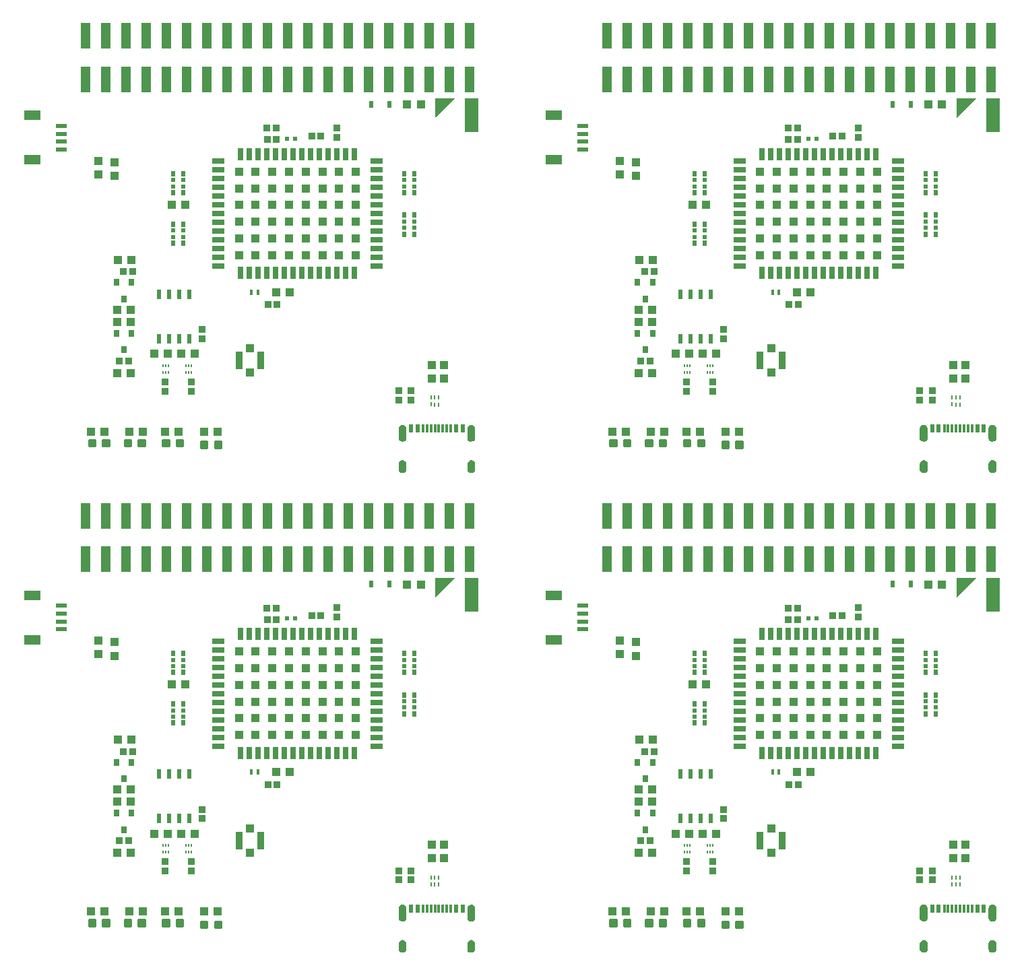
<source format=gtp>
G04 EAGLE Gerber RS-274X export*
G75*
%MOMM*%
%FSLAX34Y34*%
%LPD*%
%INSolderpaste Top*%
%IPPOS*%
%AMOC8*
5,1,8,0,0,1.08239X$1,22.5*%
G01*
%ADD10R,1.000000X1.100000*%
%ADD11R,0.850000X2.200000*%
%ADD12R,1.000000X1.050000*%
%ADD13R,0.630000X0.830000*%
%ADD14R,1.100000X1.000000*%
%ADD15C,0.300000*%
%ADD16R,1.700000X4.200000*%
%ADD17R,0.850000X0.900000*%
%ADD18R,0.250000X0.610000*%
%ADD19R,0.250000X0.560000*%
%ADD20R,0.900000X0.850000*%
%ADD21R,0.300000X1.000000*%
%ADD22R,0.600000X1.000000*%
%ADD23R,1.270000X3.175000*%
%ADD24R,2.000000X1.200000*%
%ADD25R,1.350000X0.600000*%
%ADD26R,0.400000X0.700000*%
%ADD27R,0.800000X0.900000*%
%ADD28R,0.600000X1.200000*%
%ADD29R,0.550000X0.800000*%
%ADD30R,0.550000X0.500000*%
%ADD31R,0.140000X0.440000*%
%ADD32R,0.800000X1.500000*%
%ADD33R,1.500000X0.800000*%
%ADD34R,1.100000X1.100000*%
%ADD35R,0.600000X0.600000*%

G36*
X523536Y1052515D02*
X523536Y1052515D01*
X523563Y1052511D01*
X523604Y1052528D01*
X523646Y1052537D01*
X523682Y1052563D01*
X523691Y1052567D01*
X523695Y1052573D01*
X523706Y1052581D01*
X547706Y1076581D01*
X547727Y1076620D01*
X547756Y1076653D01*
X547760Y1076680D01*
X547773Y1076704D01*
X547770Y1076748D01*
X547777Y1076791D01*
X547766Y1076816D01*
X547764Y1076843D01*
X547738Y1076879D01*
X547720Y1076919D01*
X547697Y1076934D01*
X547681Y1076956D01*
X547640Y1076972D01*
X547604Y1076996D01*
X547560Y1077002D01*
X547551Y1077006D01*
X547544Y1077005D01*
X547530Y1077007D01*
X523530Y1077007D01*
X523514Y1077002D01*
X523497Y1077005D01*
X523447Y1076983D01*
X523396Y1076968D01*
X523385Y1076955D01*
X523369Y1076948D01*
X523339Y1076903D01*
X523304Y1076862D01*
X523301Y1076845D01*
X523292Y1076831D01*
X523281Y1076758D01*
X523281Y1052758D01*
X523293Y1052715D01*
X523296Y1052672D01*
X523312Y1052650D01*
X523320Y1052623D01*
X523353Y1052595D01*
X523379Y1052559D01*
X523405Y1052550D01*
X523425Y1052531D01*
X523469Y1052525D01*
X523509Y1052509D01*
X523536Y1052515D01*
G37*
G36*
X1178628Y1052515D02*
X1178628Y1052515D01*
X1178655Y1052511D01*
X1178695Y1052528D01*
X1178738Y1052537D01*
X1178773Y1052563D01*
X1178783Y1052567D01*
X1178786Y1052573D01*
X1178798Y1052581D01*
X1202798Y1076581D01*
X1202819Y1076620D01*
X1202848Y1076653D01*
X1202852Y1076680D01*
X1202865Y1076704D01*
X1202862Y1076748D01*
X1202868Y1076791D01*
X1202857Y1076816D01*
X1202855Y1076843D01*
X1202829Y1076879D01*
X1202812Y1076919D01*
X1202789Y1076934D01*
X1202772Y1076956D01*
X1202732Y1076972D01*
X1202695Y1076996D01*
X1202652Y1077002D01*
X1202642Y1077006D01*
X1202636Y1077005D01*
X1202621Y1077007D01*
X1178621Y1077007D01*
X1178605Y1077002D01*
X1178588Y1077005D01*
X1178539Y1076983D01*
X1178487Y1076968D01*
X1178476Y1076955D01*
X1178460Y1076948D01*
X1178431Y1076903D01*
X1178395Y1076862D01*
X1178393Y1076845D01*
X1178383Y1076831D01*
X1178372Y1076758D01*
X1178372Y1052758D01*
X1178384Y1052715D01*
X1178387Y1052672D01*
X1178404Y1052650D01*
X1178411Y1052623D01*
X1178444Y1052595D01*
X1178470Y1052559D01*
X1178496Y1052550D01*
X1178517Y1052531D01*
X1178560Y1052525D01*
X1178601Y1052509D01*
X1178628Y1052515D01*
G37*
G36*
X1178628Y449417D02*
X1178628Y449417D01*
X1178655Y449413D01*
X1178695Y449431D01*
X1178738Y449440D01*
X1178773Y449466D01*
X1178783Y449470D01*
X1178786Y449475D01*
X1178798Y449484D01*
X1202798Y473484D01*
X1202819Y473522D01*
X1202848Y473555D01*
X1202852Y473582D01*
X1202865Y473606D01*
X1202862Y473650D01*
X1202868Y473693D01*
X1202857Y473719D01*
X1202855Y473746D01*
X1202829Y473781D01*
X1202812Y473821D01*
X1202789Y473836D01*
X1202772Y473858D01*
X1202732Y473874D01*
X1202695Y473898D01*
X1202652Y473905D01*
X1202642Y473908D01*
X1202636Y473907D01*
X1202621Y473909D01*
X1178621Y473909D01*
X1178605Y473904D01*
X1178588Y473907D01*
X1178539Y473885D01*
X1178487Y473870D01*
X1178476Y473857D01*
X1178460Y473850D01*
X1178431Y473805D01*
X1178395Y473765D01*
X1178393Y473748D01*
X1178383Y473734D01*
X1178372Y473660D01*
X1178372Y449660D01*
X1178384Y449618D01*
X1178387Y449574D01*
X1178404Y449552D01*
X1178411Y449526D01*
X1178444Y449497D01*
X1178470Y449462D01*
X1178496Y449452D01*
X1178517Y449434D01*
X1178560Y449427D01*
X1178601Y449412D01*
X1178628Y449417D01*
G37*
G36*
X523536Y449417D02*
X523536Y449417D01*
X523563Y449413D01*
X523604Y449431D01*
X523646Y449440D01*
X523682Y449466D01*
X523691Y449470D01*
X523695Y449475D01*
X523706Y449484D01*
X547706Y473484D01*
X547727Y473522D01*
X547756Y473555D01*
X547760Y473582D01*
X547773Y473606D01*
X547770Y473650D01*
X547777Y473693D01*
X547766Y473719D01*
X547764Y473746D01*
X547738Y473781D01*
X547720Y473821D01*
X547697Y473836D01*
X547681Y473858D01*
X547640Y473874D01*
X547604Y473898D01*
X547560Y473905D01*
X547551Y473908D01*
X547544Y473907D01*
X547530Y473909D01*
X523530Y473909D01*
X523514Y473904D01*
X523497Y473907D01*
X523447Y473885D01*
X523396Y473870D01*
X523385Y473857D01*
X523369Y473850D01*
X523339Y473805D01*
X523304Y473765D01*
X523301Y473748D01*
X523292Y473734D01*
X523281Y473660D01*
X523281Y449660D01*
X523293Y449618D01*
X523296Y449574D01*
X523312Y449552D01*
X523320Y449526D01*
X523353Y449497D01*
X523379Y449462D01*
X523405Y449452D01*
X523425Y449434D01*
X523469Y449427D01*
X523509Y449412D01*
X523536Y449417D01*
G37*
G36*
X1223092Y645338D02*
X1223092Y645338D01*
X1223092Y645339D01*
X1223092Y645338D01*
X1224161Y645357D01*
X1224167Y645362D01*
X1224171Y645359D01*
X1225209Y645615D01*
X1225214Y645621D01*
X1225219Y645619D01*
X1226173Y646099D01*
X1226177Y646107D01*
X1226183Y646105D01*
X1227006Y646786D01*
X1227008Y646794D01*
X1227014Y646794D01*
X1227665Y647641D01*
X1227665Y647649D01*
X1227671Y647651D01*
X1228117Y648621D01*
X1228115Y648629D01*
X1228120Y648632D01*
X1228340Y649678D01*
X1228336Y649684D01*
X1228341Y649688D01*
X1228341Y661688D01*
X1228337Y661692D01*
X1228340Y661696D01*
X1228160Y662791D01*
X1228154Y662796D01*
X1228157Y662801D01*
X1227738Y663829D01*
X1227731Y663833D01*
X1227733Y663839D01*
X1227096Y664748D01*
X1227088Y664750D01*
X1227089Y664756D01*
X1226265Y665500D01*
X1226257Y665501D01*
X1226256Y665507D01*
X1225288Y666049D01*
X1225280Y666048D01*
X1225278Y666053D01*
X1224213Y666366D01*
X1224209Y666365D01*
X1224205Y666365D01*
X1224202Y666368D01*
X1223094Y666437D01*
X1223088Y666432D01*
X1223084Y666436D01*
X1221976Y666266D01*
X1221971Y666261D01*
X1221966Y666264D01*
X1220924Y665851D01*
X1220919Y665844D01*
X1220914Y665846D01*
X1219990Y665213D01*
X1219987Y665205D01*
X1219981Y665205D01*
X1219221Y664382D01*
X1219221Y664374D01*
X1219215Y664373D01*
X1218657Y663401D01*
X1218658Y663393D01*
X1218653Y663391D01*
X1218325Y662320D01*
X1218328Y662312D01*
X1218323Y662309D01*
X1218242Y661191D01*
X1218244Y661189D01*
X1218242Y661188D01*
X1218242Y649188D01*
X1218247Y649181D01*
X1218243Y649176D01*
X1218463Y648232D01*
X1218469Y648227D01*
X1218466Y648222D01*
X1218890Y647350D01*
X1218897Y647346D01*
X1218896Y647341D01*
X1219503Y646585D01*
X1219511Y646583D01*
X1219511Y646577D01*
X1220271Y645975D01*
X1220279Y645975D01*
X1220280Y645970D01*
X1221155Y645552D01*
X1221163Y645554D01*
X1221165Y645548D01*
X1222111Y645336D01*
X1222119Y645340D01*
X1222122Y645335D01*
X1223092Y645338D01*
G37*
G36*
X568000Y645338D02*
X568000Y645338D01*
X568001Y645339D01*
X568001Y645338D01*
X569069Y645357D01*
X569076Y645362D01*
X569080Y645359D01*
X570117Y645615D01*
X570122Y645621D01*
X570128Y645619D01*
X571082Y646099D01*
X571086Y646107D01*
X571091Y646105D01*
X571915Y646786D01*
X571916Y646794D01*
X571922Y646794D01*
X572573Y647641D01*
X572573Y647649D01*
X572579Y647651D01*
X573026Y648621D01*
X573024Y648629D01*
X573029Y648632D01*
X573248Y649678D01*
X573245Y649684D01*
X573249Y649688D01*
X573249Y661688D01*
X573246Y661692D01*
X573249Y661696D01*
X573069Y662791D01*
X573063Y662796D01*
X573066Y662801D01*
X572647Y663829D01*
X572640Y663833D01*
X572642Y663839D01*
X572005Y664748D01*
X571997Y664750D01*
X571997Y664756D01*
X571174Y665500D01*
X571166Y665501D01*
X571165Y665507D01*
X570197Y666049D01*
X570188Y666048D01*
X570186Y666053D01*
X569122Y666366D01*
X569117Y666365D01*
X569113Y666365D01*
X569111Y666368D01*
X568003Y666437D01*
X567997Y666432D01*
X567993Y666436D01*
X566885Y666266D01*
X566879Y666261D01*
X566874Y666264D01*
X565832Y665851D01*
X565828Y665844D01*
X565823Y665846D01*
X564898Y665213D01*
X564896Y665205D01*
X564890Y665205D01*
X564130Y664382D01*
X564129Y664374D01*
X564123Y664373D01*
X563566Y663401D01*
X563567Y663393D01*
X563561Y663391D01*
X563234Y662320D01*
X563237Y662312D01*
X563232Y662309D01*
X563151Y661191D01*
X563152Y661189D01*
X563151Y661188D01*
X563151Y649188D01*
X563156Y649181D01*
X563152Y649176D01*
X563371Y648232D01*
X563377Y648227D01*
X563375Y648222D01*
X563799Y647350D01*
X563806Y647346D01*
X563804Y647341D01*
X564411Y646585D01*
X564419Y646583D01*
X564419Y646577D01*
X565179Y645975D01*
X565188Y645975D01*
X565189Y645970D01*
X566064Y645552D01*
X566072Y645554D01*
X566074Y645548D01*
X567020Y645336D01*
X567027Y645340D01*
X567031Y645335D01*
X568000Y645338D01*
G37*
G36*
X1223092Y42241D02*
X1223092Y42241D01*
X1224161Y42260D01*
X1224167Y42265D01*
X1224171Y42261D01*
X1225209Y42517D01*
X1225214Y42524D01*
X1225219Y42521D01*
X1226173Y43002D01*
X1226177Y43009D01*
X1226183Y43008D01*
X1227006Y43689D01*
X1227008Y43697D01*
X1227014Y43697D01*
X1227665Y44544D01*
X1227665Y44552D01*
X1227671Y44553D01*
X1228117Y45524D01*
X1228115Y45532D01*
X1228120Y45534D01*
X1228340Y46580D01*
X1228336Y46587D01*
X1228341Y46590D01*
X1228341Y58590D01*
X1228337Y58595D01*
X1228340Y58598D01*
X1228160Y59693D01*
X1228154Y59699D01*
X1228157Y59704D01*
X1227738Y60732D01*
X1227731Y60736D01*
X1227733Y60741D01*
X1227096Y61650D01*
X1227088Y61653D01*
X1227089Y61658D01*
X1226265Y62402D01*
X1226257Y62403D01*
X1226256Y62409D01*
X1225288Y62951D01*
X1225280Y62950D01*
X1225278Y62956D01*
X1224213Y63269D01*
X1224209Y63267D01*
X1224205Y63267D01*
X1224202Y63271D01*
X1223094Y63339D01*
X1223088Y63335D01*
X1223084Y63339D01*
X1221976Y63169D01*
X1221971Y63163D01*
X1221966Y63166D01*
X1220924Y62754D01*
X1220919Y62747D01*
X1220914Y62749D01*
X1219990Y62115D01*
X1219987Y62107D01*
X1219981Y62108D01*
X1219221Y61285D01*
X1219221Y61276D01*
X1219215Y61276D01*
X1218657Y60304D01*
X1218658Y60296D01*
X1218653Y60294D01*
X1218325Y59222D01*
X1218328Y59214D01*
X1218323Y59211D01*
X1218242Y58094D01*
X1218244Y58091D01*
X1218242Y58090D01*
X1218242Y46090D01*
X1218247Y46083D01*
X1218243Y46079D01*
X1218463Y45135D01*
X1218469Y45129D01*
X1218466Y45124D01*
X1218890Y44252D01*
X1218897Y44249D01*
X1218896Y44243D01*
X1219503Y43487D01*
X1219511Y43485D01*
X1219511Y43479D01*
X1220271Y42878D01*
X1220279Y42878D01*
X1220280Y42872D01*
X1221155Y42454D01*
X1221163Y42456D01*
X1221165Y42451D01*
X1222111Y42239D01*
X1222119Y42242D01*
X1222122Y42237D01*
X1223092Y42241D01*
G37*
G36*
X568000Y42241D02*
X568000Y42241D01*
X568001Y42241D01*
X569069Y42260D01*
X569076Y42265D01*
X569080Y42261D01*
X570117Y42517D01*
X570122Y42524D01*
X570128Y42521D01*
X571082Y43002D01*
X571086Y43009D01*
X571091Y43008D01*
X571915Y43689D01*
X571916Y43697D01*
X571922Y43697D01*
X572573Y44544D01*
X572573Y44552D01*
X572579Y44553D01*
X573026Y45524D01*
X573024Y45532D01*
X573029Y45534D01*
X573248Y46580D01*
X573245Y46587D01*
X573249Y46590D01*
X573249Y58590D01*
X573246Y58595D01*
X573249Y58598D01*
X573069Y59693D01*
X573063Y59699D01*
X573066Y59704D01*
X572647Y60732D01*
X572640Y60736D01*
X572642Y60741D01*
X572005Y61650D01*
X571997Y61653D01*
X571997Y61658D01*
X571174Y62402D01*
X571166Y62403D01*
X571165Y62409D01*
X570197Y62951D01*
X570188Y62950D01*
X570186Y62956D01*
X569122Y63269D01*
X569117Y63267D01*
X569113Y63267D01*
X569111Y63271D01*
X568003Y63339D01*
X567997Y63335D01*
X567993Y63339D01*
X566885Y63169D01*
X566879Y63163D01*
X566874Y63166D01*
X565832Y62754D01*
X565828Y62747D01*
X565823Y62749D01*
X564898Y62115D01*
X564896Y62107D01*
X564890Y62108D01*
X564130Y61285D01*
X564129Y61276D01*
X564123Y61276D01*
X563566Y60304D01*
X563567Y60296D01*
X563561Y60294D01*
X563234Y59222D01*
X563237Y59214D01*
X563232Y59211D01*
X563151Y58094D01*
X563152Y58091D01*
X563151Y58090D01*
X563151Y46090D01*
X563156Y46083D01*
X563152Y46079D01*
X563371Y45135D01*
X563377Y45129D01*
X563375Y45124D01*
X563799Y44252D01*
X563806Y44249D01*
X563804Y44243D01*
X564411Y43487D01*
X564419Y43485D01*
X564419Y43479D01*
X565179Y42878D01*
X565188Y42878D01*
X565189Y42872D01*
X566064Y42454D01*
X566072Y42456D01*
X566074Y42451D01*
X567020Y42239D01*
X567027Y42242D01*
X567031Y42237D01*
X568000Y42241D01*
G37*
G36*
X1137672Y645347D02*
X1137672Y645347D01*
X1137679Y645352D01*
X1137683Y645349D01*
X1138735Y645598D01*
X1138740Y645604D01*
X1138745Y645602D01*
X1139715Y646079D01*
X1139719Y646086D01*
X1139724Y646085D01*
X1140563Y646766D01*
X1140565Y646774D01*
X1140571Y646774D01*
X1141238Y647624D01*
X1141238Y647632D01*
X1141244Y647633D01*
X1141704Y648611D01*
X1141703Y648619D01*
X1141708Y648621D01*
X1141940Y649677D01*
X1141936Y649684D01*
X1141941Y649688D01*
X1141941Y661688D01*
X1141937Y661693D01*
X1141940Y661696D01*
X1141748Y662801D01*
X1141742Y662807D01*
X1141745Y662812D01*
X1141312Y663846D01*
X1141304Y663850D01*
X1141306Y663856D01*
X1140654Y664768D01*
X1140646Y664771D01*
X1140646Y664776D01*
X1139807Y665521D01*
X1139799Y665521D01*
X1139798Y665527D01*
X1138814Y666066D01*
X1138806Y666065D01*
X1138804Y666070D01*
X1137725Y666376D01*
X1137717Y666373D01*
X1137714Y666378D01*
X1136594Y666437D01*
X1136589Y666433D01*
X1136586Y666437D01*
X1135540Y666319D01*
X1135534Y666313D01*
X1135529Y666316D01*
X1134536Y665969D01*
X1134531Y665962D01*
X1134526Y665964D01*
X1133635Y665404D01*
X1133632Y665396D01*
X1133626Y665397D01*
X1132882Y664653D01*
X1132881Y664645D01*
X1132875Y664644D01*
X1132315Y663753D01*
X1132316Y663745D01*
X1132310Y663743D01*
X1131963Y662750D01*
X1131965Y662742D01*
X1131960Y662739D01*
X1131842Y661693D01*
X1131845Y661689D01*
X1131842Y661688D01*
X1131842Y649688D01*
X1131846Y649683D01*
X1131843Y649680D01*
X1132000Y648684D01*
X1132006Y648678D01*
X1132003Y648673D01*
X1132378Y647737D01*
X1132385Y647732D01*
X1132383Y647727D01*
X1132957Y646898D01*
X1132965Y646895D01*
X1132965Y646889D01*
X1133709Y646208D01*
X1133717Y646208D01*
X1133718Y646202D01*
X1134595Y645704D01*
X1134603Y645705D01*
X1134605Y645699D01*
X1135571Y645409D01*
X1135579Y645412D01*
X1135582Y645407D01*
X1136588Y645338D01*
X1136591Y645340D01*
X1136592Y645338D01*
X1137672Y645347D01*
G37*
G36*
X482581Y645347D02*
X482581Y645347D01*
X482588Y645352D01*
X482592Y645349D01*
X483644Y645598D01*
X483649Y645604D01*
X483654Y645602D01*
X484624Y646079D01*
X484627Y646086D01*
X484633Y646085D01*
X485472Y646766D01*
X485474Y646774D01*
X485480Y646774D01*
X486146Y647624D01*
X486147Y647632D01*
X486152Y647633D01*
X486613Y648611D01*
X486611Y648619D01*
X486617Y648621D01*
X486848Y649677D01*
X486845Y649684D01*
X486849Y649688D01*
X486849Y661688D01*
X486845Y661693D01*
X486849Y661696D01*
X486656Y662801D01*
X486650Y662807D01*
X486653Y662812D01*
X486220Y663846D01*
X486213Y663850D01*
X486215Y663856D01*
X485562Y664768D01*
X485554Y664771D01*
X485555Y664776D01*
X484716Y665521D01*
X484707Y665521D01*
X484707Y665527D01*
X483723Y666066D01*
X483715Y666065D01*
X483713Y666070D01*
X482634Y666376D01*
X482626Y666373D01*
X482623Y666378D01*
X481503Y666437D01*
X481498Y666433D01*
X481495Y666437D01*
X480449Y666319D01*
X480443Y666313D01*
X480438Y666316D01*
X479444Y665969D01*
X479440Y665962D01*
X479435Y665964D01*
X478543Y665404D01*
X478541Y665396D01*
X478535Y665397D01*
X477791Y664653D01*
X477789Y664645D01*
X477784Y664644D01*
X477224Y663753D01*
X477224Y663745D01*
X477219Y663743D01*
X476871Y662750D01*
X476874Y662742D01*
X476869Y662739D01*
X476751Y661693D01*
X476753Y661689D01*
X476751Y661688D01*
X476751Y649688D01*
X476754Y649683D01*
X476751Y649680D01*
X476909Y648684D01*
X476915Y648678D01*
X476912Y648673D01*
X477287Y647737D01*
X477294Y647732D01*
X477292Y647727D01*
X477866Y646898D01*
X477874Y646895D01*
X477873Y646889D01*
X478617Y646208D01*
X478626Y646208D01*
X478626Y646202D01*
X479503Y645704D01*
X479512Y645705D01*
X479514Y645699D01*
X480479Y645409D01*
X480487Y645412D01*
X480490Y645407D01*
X481497Y645338D01*
X481499Y645340D01*
X481500Y645338D01*
X482581Y645347D01*
G37*
G36*
X482581Y42250D02*
X482581Y42250D01*
X482588Y42255D01*
X482592Y42251D01*
X483644Y42501D01*
X483649Y42507D01*
X483654Y42504D01*
X484624Y42981D01*
X484627Y42989D01*
X484633Y42987D01*
X485472Y43668D01*
X485474Y43676D01*
X485480Y43676D01*
X486146Y44527D01*
X486147Y44535D01*
X486152Y44536D01*
X486613Y45513D01*
X486611Y45521D01*
X486617Y45524D01*
X486848Y46579D01*
X486845Y46587D01*
X486849Y46590D01*
X486849Y58590D01*
X486845Y58595D01*
X486849Y58598D01*
X486656Y59704D01*
X486650Y59709D01*
X486653Y59714D01*
X486220Y60749D01*
X486213Y60753D01*
X486215Y60758D01*
X485562Y61671D01*
X485554Y61673D01*
X485555Y61679D01*
X484716Y62423D01*
X484707Y62424D01*
X484707Y62429D01*
X483723Y62968D01*
X483715Y62967D01*
X483713Y62972D01*
X482634Y63279D01*
X482626Y63276D01*
X482623Y63281D01*
X481503Y63339D01*
X481498Y63336D01*
X481495Y63339D01*
X480449Y63221D01*
X480443Y63215D01*
X480438Y63219D01*
X479444Y62871D01*
X479440Y62864D01*
X479435Y62866D01*
X478543Y62306D01*
X478541Y62299D01*
X478535Y62299D01*
X477791Y61555D01*
X477789Y61547D01*
X477784Y61547D01*
X477224Y60655D01*
X477224Y60647D01*
X477219Y60646D01*
X476871Y59652D01*
X476874Y59644D01*
X476869Y59641D01*
X476751Y58596D01*
X476753Y58592D01*
X476751Y58590D01*
X476751Y46590D01*
X476754Y46585D01*
X476751Y46582D01*
X476909Y45586D01*
X476915Y45580D01*
X476912Y45575D01*
X477287Y44639D01*
X477294Y44635D01*
X477292Y44629D01*
X477866Y43800D01*
X477874Y43797D01*
X477873Y43792D01*
X478617Y43111D01*
X478626Y43110D01*
X478626Y43104D01*
X479503Y42606D01*
X479512Y42607D01*
X479514Y42602D01*
X480479Y42311D01*
X480487Y42314D01*
X480490Y42309D01*
X481497Y42241D01*
X481499Y42242D01*
X481500Y42241D01*
X482581Y42250D01*
G37*
G36*
X1137672Y42250D02*
X1137672Y42250D01*
X1137679Y42255D01*
X1137683Y42251D01*
X1138735Y42501D01*
X1138740Y42507D01*
X1138745Y42504D01*
X1139715Y42981D01*
X1139719Y42989D01*
X1139724Y42987D01*
X1140563Y43668D01*
X1140565Y43676D01*
X1140571Y43676D01*
X1141238Y44527D01*
X1141238Y44535D01*
X1141244Y44536D01*
X1141704Y45513D01*
X1141703Y45521D01*
X1141708Y45524D01*
X1141940Y46579D01*
X1141936Y46587D01*
X1141941Y46590D01*
X1141941Y58590D01*
X1141937Y58595D01*
X1141940Y58598D01*
X1141748Y59704D01*
X1141742Y59709D01*
X1141745Y59714D01*
X1141312Y60749D01*
X1141304Y60753D01*
X1141306Y60758D01*
X1140654Y61671D01*
X1140646Y61673D01*
X1140646Y61679D01*
X1139807Y62423D01*
X1139799Y62424D01*
X1139798Y62429D01*
X1138814Y62968D01*
X1138806Y62967D01*
X1138804Y62972D01*
X1137725Y63279D01*
X1137717Y63276D01*
X1137714Y63281D01*
X1136594Y63339D01*
X1136589Y63336D01*
X1136586Y63339D01*
X1135540Y63221D01*
X1135534Y63215D01*
X1135529Y63219D01*
X1134536Y62871D01*
X1134531Y62864D01*
X1134526Y62866D01*
X1133635Y62306D01*
X1133632Y62299D01*
X1133626Y62299D01*
X1132882Y61555D01*
X1132881Y61547D01*
X1132875Y61547D01*
X1132315Y60655D01*
X1132316Y60647D01*
X1132310Y60646D01*
X1131963Y59652D01*
X1131965Y59644D01*
X1131960Y59641D01*
X1131842Y58596D01*
X1131845Y58592D01*
X1131842Y58590D01*
X1131842Y46590D01*
X1131846Y46585D01*
X1131843Y46582D01*
X1132000Y45586D01*
X1132006Y45580D01*
X1132003Y45575D01*
X1132378Y44639D01*
X1132385Y44635D01*
X1132383Y44629D01*
X1132957Y43800D01*
X1132965Y43797D01*
X1132965Y43792D01*
X1133709Y43111D01*
X1133717Y43110D01*
X1133718Y43104D01*
X1134595Y42606D01*
X1134603Y42607D01*
X1134605Y42602D01*
X1135571Y42311D01*
X1135579Y42314D01*
X1135582Y42309D01*
X1136588Y42241D01*
X1136591Y42242D01*
X1136592Y42241D01*
X1137672Y42250D01*
G37*
G36*
X568504Y605842D02*
X568504Y605842D01*
X568507Y605839D01*
X569583Y605994D01*
X569588Y606000D01*
X569593Y605997D01*
X570607Y606387D01*
X570611Y606394D01*
X570617Y606392D01*
X571519Y606998D01*
X571521Y607006D01*
X571527Y607006D01*
X572271Y607797D01*
X572272Y607805D01*
X572278Y607806D01*
X572827Y608744D01*
X572826Y608752D01*
X572832Y608754D01*
X573159Y609790D01*
X573156Y609798D01*
X573161Y609801D01*
X573249Y610884D01*
X573247Y610886D01*
X573249Y610888D01*
X573249Y616888D01*
X573246Y616892D01*
X573249Y616894D01*
X573099Y618026D01*
X573093Y618032D01*
X573096Y618037D01*
X572698Y619108D01*
X572691Y619112D01*
X572693Y619118D01*
X572066Y620073D01*
X572058Y620075D01*
X572059Y620081D01*
X571236Y620873D01*
X571228Y620874D01*
X571227Y620880D01*
X570248Y621468D01*
X570240Y621467D01*
X570238Y621473D01*
X569153Y621829D01*
X569145Y621826D01*
X569142Y621831D01*
X568005Y621937D01*
X567996Y621931D01*
X567991Y621936D01*
X566854Y621729D01*
X566848Y621723D01*
X566843Y621726D01*
X565781Y621271D01*
X565777Y621264D01*
X565771Y621266D01*
X564836Y620586D01*
X564834Y620578D01*
X564828Y620578D01*
X564068Y619707D01*
X564068Y619699D01*
X564062Y619698D01*
X563515Y618680D01*
X563516Y618672D01*
X563511Y618670D01*
X563507Y618657D01*
X563494Y618607D01*
X563493Y618607D01*
X563494Y618607D01*
X563480Y618558D01*
X563466Y618509D01*
X563453Y618460D01*
X563439Y618410D01*
X563426Y618361D01*
X563412Y618312D01*
X563399Y618263D01*
X563385Y618213D01*
X563371Y618164D01*
X563358Y618115D01*
X563344Y618066D01*
X563331Y618016D01*
X563317Y617967D01*
X563304Y617918D01*
X563290Y617869D01*
X563277Y617819D01*
X563276Y617819D01*
X563263Y617770D01*
X563249Y617721D01*
X563204Y617555D01*
X563207Y617548D01*
X563202Y617545D01*
X563151Y616390D01*
X563152Y616388D01*
X563151Y616388D01*
X563151Y610388D01*
X563155Y610382D01*
X563152Y610378D01*
X563364Y609298D01*
X563370Y609292D01*
X563367Y609287D01*
X563814Y608281D01*
X563821Y608277D01*
X563819Y608272D01*
X564479Y607390D01*
X564487Y607388D01*
X564487Y607382D01*
X565326Y606670D01*
X565334Y606669D01*
X565335Y606664D01*
X566312Y606156D01*
X566320Y606157D01*
X566322Y606152D01*
X567387Y605874D01*
X567395Y605877D01*
X567398Y605872D01*
X568499Y605838D01*
X568504Y605842D01*
G37*
G36*
X1223595Y605842D02*
X1223595Y605842D01*
X1223598Y605839D01*
X1224674Y605994D01*
X1224680Y606000D01*
X1224685Y605997D01*
X1225699Y606387D01*
X1225703Y606394D01*
X1225708Y606392D01*
X1226610Y606998D01*
X1226613Y607006D01*
X1226618Y607006D01*
X1227363Y607797D01*
X1227364Y607805D01*
X1227369Y607806D01*
X1227919Y608744D01*
X1227918Y608752D01*
X1227923Y608754D01*
X1228250Y609790D01*
X1228247Y609798D01*
X1228252Y609801D01*
X1228341Y610884D01*
X1228339Y610886D01*
X1228341Y610888D01*
X1228341Y616888D01*
X1228338Y616892D01*
X1228340Y616894D01*
X1228190Y618026D01*
X1228184Y618032D01*
X1228187Y618037D01*
X1227789Y619108D01*
X1227782Y619112D01*
X1227784Y619118D01*
X1227158Y620073D01*
X1227150Y620075D01*
X1227151Y620081D01*
X1226327Y620873D01*
X1226319Y620874D01*
X1226318Y620880D01*
X1225340Y621468D01*
X1225331Y621467D01*
X1225329Y621473D01*
X1224244Y621829D01*
X1224236Y621826D01*
X1224233Y621831D01*
X1223096Y621937D01*
X1223088Y621931D01*
X1223083Y621936D01*
X1221945Y621729D01*
X1221940Y621723D01*
X1221935Y621726D01*
X1220872Y621271D01*
X1220868Y621264D01*
X1220863Y621266D01*
X1219928Y620586D01*
X1219925Y620578D01*
X1219920Y620578D01*
X1219160Y619707D01*
X1219159Y619699D01*
X1219153Y619698D01*
X1218606Y618680D01*
X1218607Y618672D01*
X1218602Y618670D01*
X1218598Y618657D01*
X1218585Y618607D01*
X1218571Y618558D01*
X1218558Y618509D01*
X1218544Y618460D01*
X1218531Y618410D01*
X1218517Y618361D01*
X1218504Y618312D01*
X1218490Y618263D01*
X1218476Y618213D01*
X1218463Y618164D01*
X1218449Y618115D01*
X1218436Y618066D01*
X1218422Y618016D01*
X1218409Y617967D01*
X1218395Y617918D01*
X1218381Y617869D01*
X1218368Y617819D01*
X1218354Y617770D01*
X1218341Y617721D01*
X1218295Y617555D01*
X1218298Y617548D01*
X1218293Y617545D01*
X1218242Y616390D01*
X1218243Y616388D01*
X1218242Y616388D01*
X1218242Y610388D01*
X1218246Y610382D01*
X1218243Y610378D01*
X1218455Y609298D01*
X1218461Y609292D01*
X1218458Y609287D01*
X1218905Y608281D01*
X1218912Y608277D01*
X1218911Y608272D01*
X1219570Y607390D01*
X1219578Y607388D01*
X1219578Y607382D01*
X1220417Y606670D01*
X1220425Y606669D01*
X1220426Y606664D01*
X1221403Y606156D01*
X1221411Y606157D01*
X1221413Y606152D01*
X1222479Y605874D01*
X1222486Y605877D01*
X1222490Y605872D01*
X1223590Y605838D01*
X1223595Y605842D01*
G37*
G36*
X1223595Y2745D02*
X1223595Y2745D01*
X1223598Y2741D01*
X1224674Y2896D01*
X1224680Y2902D01*
X1224685Y2899D01*
X1225699Y3289D01*
X1225703Y3296D01*
X1225708Y3295D01*
X1226610Y3901D01*
X1226613Y3909D01*
X1226618Y3908D01*
X1227363Y4700D01*
X1227364Y4708D01*
X1227369Y4708D01*
X1227919Y5646D01*
X1227918Y5654D01*
X1227923Y5656D01*
X1228250Y6692D01*
X1228247Y6700D01*
X1228252Y6703D01*
X1228341Y7786D01*
X1228339Y7789D01*
X1228341Y7790D01*
X1228341Y13790D01*
X1228338Y13794D01*
X1228340Y13796D01*
X1228190Y14929D01*
X1228184Y14935D01*
X1228187Y14940D01*
X1227789Y16010D01*
X1227782Y16014D01*
X1227784Y16020D01*
X1227158Y16975D01*
X1227150Y16978D01*
X1227151Y16983D01*
X1226327Y17775D01*
X1226319Y17776D01*
X1226318Y17782D01*
X1225340Y18371D01*
X1225331Y18370D01*
X1225329Y18375D01*
X1224244Y18731D01*
X1224236Y18729D01*
X1224233Y18733D01*
X1223096Y18839D01*
X1223088Y18834D01*
X1223083Y18838D01*
X1221945Y18631D01*
X1221940Y18625D01*
X1221935Y18628D01*
X1220872Y18173D01*
X1220868Y18166D01*
X1220863Y18168D01*
X1219928Y17488D01*
X1219925Y17480D01*
X1219920Y17481D01*
X1219160Y16610D01*
X1219159Y16602D01*
X1219153Y16601D01*
X1218606Y15582D01*
X1218607Y15574D01*
X1218602Y15572D01*
X1218598Y15559D01*
X1218585Y15510D01*
X1218571Y15461D01*
X1218558Y15411D01*
X1218544Y15362D01*
X1218531Y15313D01*
X1218517Y15264D01*
X1218504Y15214D01*
X1218490Y15165D01*
X1218476Y15116D01*
X1218463Y15067D01*
X1218449Y15017D01*
X1218436Y14968D01*
X1218422Y14919D01*
X1218409Y14870D01*
X1218395Y14820D01*
X1218381Y14771D01*
X1218368Y14722D01*
X1218354Y14673D01*
X1218341Y14623D01*
X1218295Y14458D01*
X1218298Y14450D01*
X1218293Y14447D01*
X1218242Y13292D01*
X1218243Y13291D01*
X1218242Y13290D01*
X1218242Y7290D01*
X1218246Y7284D01*
X1218243Y7281D01*
X1218455Y6200D01*
X1218461Y6195D01*
X1218458Y6190D01*
X1218905Y5184D01*
X1218912Y5180D01*
X1218911Y5174D01*
X1219570Y4293D01*
X1219578Y4290D01*
X1219578Y4285D01*
X1220417Y3572D01*
X1220425Y3572D01*
X1220426Y3566D01*
X1221403Y3058D01*
X1221411Y3059D01*
X1221413Y3054D01*
X1222479Y2776D01*
X1222486Y2779D01*
X1222490Y2775D01*
X1223590Y2741D01*
X1223595Y2745D01*
G37*
G36*
X568504Y2745D02*
X568504Y2745D01*
X568507Y2741D01*
X569583Y2896D01*
X569588Y2902D01*
X569593Y2899D01*
X570607Y3289D01*
X570611Y3296D01*
X570617Y3295D01*
X571519Y3901D01*
X571521Y3909D01*
X571527Y3908D01*
X572271Y4700D01*
X572272Y4708D01*
X572278Y4708D01*
X572827Y5646D01*
X572826Y5654D01*
X572832Y5656D01*
X573159Y6692D01*
X573156Y6700D01*
X573161Y6703D01*
X573249Y7786D01*
X573247Y7789D01*
X573249Y7790D01*
X573249Y13790D01*
X573246Y13794D01*
X573249Y13796D01*
X573099Y14929D01*
X573093Y14935D01*
X573096Y14940D01*
X572698Y16010D01*
X572691Y16014D01*
X572693Y16020D01*
X572066Y16975D01*
X572058Y16978D01*
X572059Y16983D01*
X571236Y17775D01*
X571228Y17776D01*
X571227Y17782D01*
X570248Y18371D01*
X570240Y18370D01*
X570238Y18375D01*
X569153Y18731D01*
X569145Y18729D01*
X569142Y18733D01*
X568005Y18839D01*
X567996Y18834D01*
X567991Y18838D01*
X566854Y18631D01*
X566848Y18625D01*
X566843Y18628D01*
X565781Y18173D01*
X565777Y18166D01*
X565771Y18168D01*
X564836Y17488D01*
X564834Y17480D01*
X564828Y17481D01*
X564068Y16610D01*
X564068Y16602D01*
X564062Y16601D01*
X563515Y15582D01*
X563516Y15574D01*
X563511Y15572D01*
X563507Y15559D01*
X563494Y15510D01*
X563493Y15510D01*
X563494Y15510D01*
X563480Y15461D01*
X563466Y15411D01*
X563453Y15362D01*
X563439Y15313D01*
X563426Y15264D01*
X563412Y15214D01*
X563399Y15165D01*
X563385Y15116D01*
X563371Y15067D01*
X563358Y15017D01*
X563344Y14968D01*
X563331Y14919D01*
X563317Y14870D01*
X563304Y14820D01*
X563290Y14771D01*
X563277Y14722D01*
X563276Y14722D01*
X563263Y14673D01*
X563249Y14623D01*
X563204Y14458D01*
X563207Y14450D01*
X563202Y14447D01*
X563151Y13292D01*
X563152Y13291D01*
X563151Y13290D01*
X563151Y7290D01*
X563155Y7284D01*
X563152Y7281D01*
X563364Y6200D01*
X563370Y6195D01*
X563367Y6190D01*
X563814Y5184D01*
X563821Y5180D01*
X563819Y5174D01*
X564479Y4293D01*
X564487Y4290D01*
X564487Y4285D01*
X565326Y3572D01*
X565334Y3572D01*
X565335Y3566D01*
X566312Y3058D01*
X566320Y3059D01*
X566322Y3054D01*
X567387Y2776D01*
X567395Y2779D01*
X567398Y2775D01*
X568499Y2741D01*
X568504Y2745D01*
G37*
G36*
X482002Y605843D02*
X482002Y605843D01*
X482007Y605839D01*
X483094Y605984D01*
X483100Y605990D01*
X483105Y605987D01*
X484133Y606370D01*
X484138Y606377D01*
X484143Y606375D01*
X485060Y606978D01*
X485063Y606986D01*
X485069Y606985D01*
X485829Y607777D01*
X485830Y607785D01*
X485836Y607785D01*
X486400Y608726D01*
X486400Y608730D01*
X486401Y608731D01*
X486400Y608733D01*
X486399Y608734D01*
X486405Y608736D01*
X486746Y609779D01*
X486744Y609787D01*
X486748Y609790D01*
X486849Y610883D01*
X486847Y610886D01*
X486849Y610888D01*
X486849Y616888D01*
X486847Y616890D01*
X486849Y616892D01*
X486748Y617985D01*
X486743Y617991D01*
X486746Y617996D01*
X486405Y619039D01*
X486398Y619044D01*
X486400Y619049D01*
X485836Y619990D01*
X485828Y619993D01*
X485829Y619999D01*
X485069Y620790D01*
X485061Y620792D01*
X485060Y620797D01*
X484143Y621400D01*
X484135Y621400D01*
X484133Y621405D01*
X483105Y621789D01*
X483097Y621786D01*
X483094Y621791D01*
X482007Y621936D01*
X481999Y621932D01*
X481995Y621937D01*
X480858Y621831D01*
X480852Y621825D01*
X480847Y621829D01*
X479762Y621473D01*
X479757Y621466D01*
X479752Y621468D01*
X478773Y620880D01*
X478770Y620872D01*
X478764Y620873D01*
X477941Y620081D01*
X477940Y620073D01*
X477934Y620073D01*
X477307Y619118D01*
X477308Y619109D01*
X477302Y619108D01*
X476904Y618037D01*
X476906Y618029D01*
X476901Y618026D01*
X476751Y616894D01*
X476754Y616890D01*
X476751Y616888D01*
X476751Y610888D01*
X476754Y610884D01*
X476751Y610881D01*
X476901Y609749D01*
X476907Y609743D01*
X476904Y609738D01*
X477302Y608668D01*
X477309Y608663D01*
X477307Y608658D01*
X477934Y607703D01*
X477942Y607700D01*
X477941Y607694D01*
X478764Y606902D01*
X478772Y606901D01*
X478773Y606896D01*
X479752Y606307D01*
X479760Y606308D01*
X479762Y606302D01*
X480847Y605946D01*
X480855Y605949D01*
X480858Y605944D01*
X481995Y605839D01*
X482002Y605843D01*
G37*
G36*
X1137094Y605843D02*
X1137094Y605843D01*
X1137098Y605839D01*
X1138186Y605984D01*
X1138192Y605990D01*
X1138196Y605987D01*
X1139225Y606370D01*
X1139229Y606377D01*
X1139235Y606375D01*
X1140152Y606978D01*
X1140155Y606986D01*
X1140160Y606985D01*
X1140920Y607777D01*
X1140921Y607785D01*
X1140927Y607785D01*
X1141492Y608726D01*
X1141491Y608730D01*
X1141492Y608731D01*
X1141491Y608733D01*
X1141491Y608734D01*
X1141496Y608736D01*
X1141838Y609779D01*
X1141835Y609787D01*
X1141840Y609790D01*
X1141940Y610883D01*
X1141939Y610886D01*
X1141941Y610888D01*
X1141941Y616888D01*
X1141939Y616890D01*
X1141940Y616892D01*
X1141840Y617985D01*
X1141834Y617991D01*
X1141838Y617996D01*
X1141496Y619039D01*
X1141490Y619044D01*
X1141492Y619049D01*
X1140927Y619990D01*
X1140919Y619993D01*
X1140920Y619999D01*
X1140160Y620790D01*
X1140152Y620792D01*
X1140152Y620797D01*
X1139235Y621400D01*
X1139226Y621400D01*
X1139225Y621405D01*
X1138196Y621789D01*
X1138189Y621786D01*
X1138186Y621791D01*
X1137098Y621936D01*
X1137091Y621932D01*
X1137087Y621937D01*
X1135949Y621831D01*
X1135943Y621825D01*
X1135939Y621829D01*
X1134853Y621473D01*
X1134849Y621466D01*
X1134843Y621468D01*
X1133864Y620880D01*
X1133861Y620872D01*
X1133856Y620873D01*
X1133032Y620081D01*
X1133031Y620073D01*
X1133025Y620073D01*
X1132399Y619118D01*
X1132399Y619109D01*
X1132394Y619108D01*
X1131995Y618037D01*
X1131998Y618029D01*
X1131993Y618026D01*
X1131843Y616894D01*
X1131845Y616890D01*
X1131842Y616888D01*
X1131842Y610888D01*
X1131845Y610884D01*
X1131843Y610881D01*
X1131993Y609749D01*
X1131998Y609743D01*
X1131995Y609738D01*
X1132394Y608668D01*
X1132401Y608663D01*
X1132399Y608658D01*
X1133025Y607703D01*
X1133033Y607700D01*
X1133032Y607694D01*
X1133856Y606902D01*
X1133864Y606901D01*
X1133864Y606896D01*
X1134843Y606307D01*
X1134851Y606308D01*
X1134853Y606302D01*
X1135939Y605946D01*
X1135946Y605949D01*
X1135949Y605944D01*
X1137087Y605839D01*
X1137094Y605843D01*
G37*
G36*
X482002Y2745D02*
X482002Y2745D01*
X482007Y2741D01*
X483094Y2886D01*
X483100Y2892D01*
X483105Y2889D01*
X484133Y3273D01*
X484138Y3279D01*
X484143Y3278D01*
X485060Y3880D01*
X485063Y3888D01*
X485069Y3887D01*
X485829Y4679D01*
X485830Y4687D01*
X485836Y4688D01*
X486400Y5629D01*
X486400Y5632D01*
X486401Y5633D01*
X486400Y5635D01*
X486399Y5637D01*
X486405Y5639D01*
X486746Y6682D01*
X486744Y6690D01*
X486748Y6693D01*
X486849Y7786D01*
X486847Y7788D01*
X486849Y7790D01*
X486849Y13790D01*
X486847Y13793D01*
X486849Y13795D01*
X486748Y14887D01*
X486743Y14893D01*
X486746Y14898D01*
X486405Y15941D01*
X486398Y15946D01*
X486400Y15951D01*
X485836Y16892D01*
X485828Y16895D01*
X485829Y16901D01*
X485069Y17693D01*
X485061Y17694D01*
X485060Y17700D01*
X484143Y18303D01*
X484135Y18302D01*
X484133Y18308D01*
X483105Y18691D01*
X483097Y18689D01*
X483094Y18694D01*
X482007Y18839D01*
X481999Y18835D01*
X481995Y18839D01*
X480858Y18733D01*
X480852Y18728D01*
X480847Y18731D01*
X479762Y18375D01*
X479757Y18368D01*
X479752Y18371D01*
X478773Y17782D01*
X478770Y17774D01*
X478764Y17775D01*
X477941Y16983D01*
X477940Y16975D01*
X477934Y16975D01*
X477307Y16020D01*
X477308Y16012D01*
X477302Y16010D01*
X476904Y14940D01*
X476906Y14932D01*
X476901Y14929D01*
X476751Y13796D01*
X476754Y13792D01*
X476751Y13790D01*
X476751Y7790D01*
X476754Y7786D01*
X476751Y7784D01*
X476901Y6651D01*
X476907Y6645D01*
X476904Y6640D01*
X477302Y5570D01*
X477309Y5566D01*
X477307Y5560D01*
X477934Y4605D01*
X477942Y4602D01*
X477941Y4597D01*
X478764Y3805D01*
X478772Y3804D01*
X478773Y3798D01*
X479752Y3209D01*
X479760Y3210D01*
X479762Y3205D01*
X480847Y2849D01*
X480855Y2852D01*
X480858Y2847D01*
X481995Y2741D01*
X482002Y2745D01*
G37*
G36*
X1137094Y2745D02*
X1137094Y2745D01*
X1137098Y2741D01*
X1138186Y2886D01*
X1138192Y2892D01*
X1138196Y2889D01*
X1139225Y3273D01*
X1139229Y3279D01*
X1139235Y3278D01*
X1140152Y3880D01*
X1140155Y3888D01*
X1140160Y3887D01*
X1140920Y4679D01*
X1140921Y4687D01*
X1140927Y4688D01*
X1141492Y5629D01*
X1141491Y5632D01*
X1141492Y5633D01*
X1141491Y5635D01*
X1141491Y5637D01*
X1141496Y5639D01*
X1141838Y6682D01*
X1141835Y6690D01*
X1141840Y6693D01*
X1141940Y7786D01*
X1141939Y7788D01*
X1141941Y7790D01*
X1141941Y13790D01*
X1141939Y13793D01*
X1141940Y13795D01*
X1141840Y14887D01*
X1141834Y14893D01*
X1141838Y14898D01*
X1141496Y15941D01*
X1141490Y15946D01*
X1141492Y15951D01*
X1140927Y16892D01*
X1140919Y16895D01*
X1140920Y16901D01*
X1140160Y17693D01*
X1140152Y17694D01*
X1140152Y17700D01*
X1139235Y18303D01*
X1139226Y18302D01*
X1139225Y18308D01*
X1138196Y18691D01*
X1138189Y18689D01*
X1138186Y18694D01*
X1137098Y18839D01*
X1137091Y18835D01*
X1137087Y18839D01*
X1135949Y18733D01*
X1135943Y18728D01*
X1135939Y18731D01*
X1134853Y18375D01*
X1134849Y18368D01*
X1134843Y18371D01*
X1133864Y17782D01*
X1133861Y17774D01*
X1133856Y17775D01*
X1133032Y16983D01*
X1133031Y16975D01*
X1133025Y16975D01*
X1132399Y16020D01*
X1132399Y16012D01*
X1132394Y16010D01*
X1131995Y14940D01*
X1131998Y14932D01*
X1131993Y14929D01*
X1131843Y13796D01*
X1131845Y13792D01*
X1131842Y13790D01*
X1131842Y7790D01*
X1131845Y7786D01*
X1131843Y7784D01*
X1131993Y6651D01*
X1131998Y6645D01*
X1131995Y6640D01*
X1132394Y5570D01*
X1132401Y5566D01*
X1132399Y5560D01*
X1133025Y4605D01*
X1133033Y4602D01*
X1133032Y4597D01*
X1133856Y3805D01*
X1133864Y3804D01*
X1133864Y3798D01*
X1134843Y3209D01*
X1134851Y3210D01*
X1134853Y3205D01*
X1135939Y2849D01*
X1135946Y2852D01*
X1135949Y2847D01*
X1137087Y2741D01*
X1137094Y2745D01*
G37*
D10*
X120030Y376076D03*
X120030Y393076D03*
X99662Y377854D03*
X99662Y394854D03*
D11*
X276250Y144058D03*
X303750Y144058D03*
D12*
X290000Y159308D03*
X290000Y128808D03*
D13*
X465726Y466312D03*
X442726Y466312D03*
D14*
X504686Y465680D03*
X487686Y465680D03*
D15*
X95181Y43500D02*
X95181Y36500D01*
X88181Y36500D01*
X88181Y43500D01*
X95181Y43500D01*
X95181Y39350D02*
X88181Y39350D01*
X88181Y42200D02*
X95181Y42200D01*
X112721Y43500D02*
X112721Y36500D01*
X105721Y36500D01*
X105721Y43500D01*
X112721Y43500D01*
X112721Y39350D02*
X105721Y39350D01*
X105721Y42200D02*
X112721Y42200D01*
D14*
X107390Y54600D03*
X90390Y54600D03*
D16*
X568830Y452860D03*
D17*
X312660Y214386D03*
X324260Y214386D03*
X367608Y426348D03*
X379208Y426348D03*
D18*
X517432Y89006D03*
D19*
X522432Y88756D03*
X527432Y88756D03*
X527432Y97356D03*
X522432Y97356D03*
X517432Y97356D03*
D20*
X399394Y424862D03*
X399394Y436462D03*
D14*
X138500Y54600D03*
X155500Y54600D03*
X200357Y54600D03*
X183357Y54600D03*
D15*
X150710Y43500D02*
X150710Y36500D01*
X150710Y43500D02*
X157710Y43500D01*
X157710Y36500D01*
X150710Y36500D01*
X150710Y39350D02*
X157710Y39350D01*
X157710Y42200D02*
X150710Y42200D01*
X133170Y43500D02*
X133170Y36500D01*
X133170Y43500D02*
X140170Y43500D01*
X140170Y36500D01*
X133170Y36500D01*
X133170Y39350D02*
X140170Y39350D01*
X140170Y42200D02*
X133170Y42200D01*
X188147Y43500D02*
X188147Y36500D01*
X181147Y36500D01*
X181147Y43500D01*
X188147Y43500D01*
X188147Y39350D02*
X181147Y39350D01*
X181147Y42200D02*
X188147Y42200D01*
X205687Y43500D02*
X205687Y36500D01*
X198687Y36500D01*
X198687Y43500D01*
X205687Y43500D01*
X205687Y39350D02*
X198687Y39350D01*
X198687Y42200D02*
X205687Y42200D01*
D14*
X322796Y229702D03*
X339796Y229702D03*
D21*
X532500Y58390D03*
X527500Y58390D03*
D22*
X557250Y58390D03*
X549500Y58390D03*
D21*
X542500Y58390D03*
X537500Y58390D03*
X517500Y58390D03*
X522500Y58390D03*
D22*
X492750Y58390D03*
X500500Y58390D03*
D21*
X507500Y58390D03*
X512500Y58390D03*
D20*
X476950Y105800D03*
X476950Y94200D03*
X492336Y105800D03*
X492336Y94200D03*
D23*
X83720Y497555D03*
X83720Y552165D03*
X109120Y497555D03*
X109120Y552165D03*
X134520Y497555D03*
X134520Y552165D03*
X159920Y497555D03*
X159920Y552165D03*
X185320Y497555D03*
X185320Y552165D03*
X210720Y497555D03*
X210720Y552165D03*
X236120Y497555D03*
X236120Y552165D03*
X261520Y497555D03*
X261520Y552165D03*
X286920Y497555D03*
X286920Y552165D03*
X312320Y497555D03*
X312320Y552165D03*
X337720Y497555D03*
X337720Y552165D03*
X363120Y497555D03*
X363120Y552165D03*
X388520Y497555D03*
X388520Y552165D03*
X413920Y497555D03*
X413920Y552165D03*
X439320Y497555D03*
X439320Y552165D03*
X464720Y497555D03*
X464720Y552165D03*
X490120Y497555D03*
X490120Y552165D03*
X515520Y497555D03*
X515520Y552165D03*
X540920Y497555D03*
X540920Y552165D03*
X566320Y497555D03*
X566320Y552165D03*
D24*
X16590Y452180D03*
X16590Y396180D03*
D25*
X53340Y439180D03*
X53340Y429180D03*
X53340Y419180D03*
X53340Y409180D03*
D10*
X534090Y121660D03*
X534090Y138660D03*
X518570Y121660D03*
X518570Y138660D03*
D14*
X249800Y54610D03*
X232800Y54610D03*
D15*
X236030Y41600D02*
X236030Y34600D01*
X229030Y34600D01*
X229030Y41600D01*
X236030Y41600D01*
X236030Y37450D02*
X229030Y37450D01*
X229030Y40300D02*
X236030Y40300D01*
X253570Y41600D02*
X253570Y34600D01*
X246570Y34600D01*
X246570Y41600D01*
X253570Y41600D01*
X253570Y37450D02*
X246570Y37450D01*
X246570Y40300D02*
X253570Y40300D01*
D26*
X292000Y229702D03*
X300000Y229702D03*
D14*
X208500Y340000D03*
X191500Y340000D03*
X124445Y270670D03*
X141445Y270670D03*
X123175Y207840D03*
X140175Y207840D03*
X123175Y192810D03*
X140175Y192810D03*
X123175Y128500D03*
X140175Y128500D03*
D17*
X125875Y143730D03*
X137475Y143730D03*
X130955Y255680D03*
X142555Y255680D03*
D27*
X141175Y242230D03*
X122175Y242230D03*
X131675Y221230D03*
D14*
X204000Y152570D03*
X221000Y152570D03*
X187160Y152570D03*
X170160Y152570D03*
D28*
X214270Y227350D03*
X201570Y227350D03*
X188870Y227350D03*
X176170Y227350D03*
X176170Y171350D03*
X188870Y171350D03*
X201570Y171350D03*
X214270Y171350D03*
D20*
X230000Y171340D03*
X230000Y182940D03*
D27*
X141175Y178440D03*
X122175Y178440D03*
X131675Y157440D03*
D20*
X216440Y117150D03*
X216440Y105550D03*
X183420Y117150D03*
X183420Y105550D03*
D17*
X311568Y436000D03*
X323168Y436000D03*
D29*
X193546Y315530D03*
D30*
X193546Y307530D03*
X193546Y299530D03*
D29*
X193546Y291530D03*
X206546Y291530D03*
D30*
X206546Y299530D03*
X206546Y307530D03*
D29*
X206546Y315530D03*
X193546Y379030D03*
D30*
X193546Y371030D03*
X193546Y363030D03*
D29*
X193546Y355030D03*
X206546Y355030D03*
D30*
X206546Y363030D03*
X206546Y371030D03*
D29*
X206546Y379030D03*
X483783Y379030D03*
D30*
X483783Y371030D03*
X483783Y363030D03*
D29*
X483783Y355030D03*
X496783Y355030D03*
D30*
X496783Y363030D03*
X496783Y371030D03*
D29*
X496783Y379030D03*
X483783Y326960D03*
D30*
X483783Y318960D03*
X483783Y310960D03*
D29*
X483783Y302960D03*
X496783Y302960D03*
D30*
X496783Y310960D03*
X496783Y318960D03*
D29*
X496783Y326960D03*
D31*
X216516Y137662D03*
X213016Y137662D03*
X209516Y137662D03*
X216516Y129362D03*
X213016Y129362D03*
X209516Y129362D03*
X187750Y137662D03*
X184250Y137662D03*
X180750Y137662D03*
X187750Y129362D03*
X184250Y129362D03*
X180750Y129362D03*
D32*
X278130Y254000D03*
X289130Y254000D03*
X300130Y254000D03*
X311130Y254000D03*
X322130Y254000D03*
X333130Y254000D03*
X344130Y254000D03*
X355130Y254000D03*
X366130Y254000D03*
X377130Y254000D03*
X388130Y254000D03*
X399130Y254000D03*
X410130Y254000D03*
X421130Y254000D03*
X278130Y403500D03*
X289130Y403500D03*
X300130Y403500D03*
X311130Y403500D03*
X322130Y403500D03*
X333130Y403500D03*
X344130Y403500D03*
X355130Y403500D03*
X366130Y403500D03*
X377130Y403500D03*
X388130Y403500D03*
X399130Y403500D03*
X410130Y403500D03*
X421130Y403500D03*
D33*
X449130Y262500D03*
X449130Y273500D03*
X449130Y284500D03*
X449130Y295500D03*
X449130Y306500D03*
X449130Y317500D03*
X449130Y328500D03*
X449130Y339500D03*
X449130Y350500D03*
X449130Y361500D03*
X449130Y372500D03*
X449130Y383500D03*
X449130Y394500D03*
X250130Y394500D03*
X250130Y383500D03*
X250130Y372500D03*
X250130Y361500D03*
X250130Y350500D03*
X250130Y339500D03*
X250130Y328500D03*
X250130Y317500D03*
X250130Y306500D03*
X250130Y295500D03*
X250130Y284500D03*
X250130Y273500D03*
X250130Y262500D03*
D34*
X276130Y276500D03*
X297130Y276500D03*
X318130Y276500D03*
X339130Y276500D03*
X360130Y276500D03*
X381130Y276500D03*
X402130Y276500D03*
X423130Y276500D03*
X423130Y297500D03*
X402130Y297500D03*
X381130Y297500D03*
X360130Y297500D03*
X339130Y297500D03*
X318130Y297500D03*
X297130Y297500D03*
X276130Y297500D03*
X276130Y318500D03*
X297130Y318500D03*
X318130Y318500D03*
X339130Y318500D03*
X360130Y318500D03*
X381130Y318500D03*
X402130Y318500D03*
X423130Y318500D03*
X423130Y339500D03*
X402130Y339500D03*
X381130Y339500D03*
X360130Y339500D03*
X339130Y339500D03*
X318130Y339500D03*
X297130Y339500D03*
X276130Y339500D03*
X276130Y360500D03*
X297130Y360500D03*
X318130Y360500D03*
X339130Y360500D03*
X360130Y360500D03*
X381130Y360500D03*
X402130Y360500D03*
X423130Y360500D03*
X423130Y381500D03*
X402130Y381500D03*
X381130Y381500D03*
X360130Y381500D03*
X339130Y381500D03*
X318130Y381500D03*
X297130Y381500D03*
X276130Y381500D03*
D35*
X336630Y422910D03*
X346630Y422910D03*
D17*
X311700Y421640D03*
X323300Y421640D03*
D10*
X775121Y376076D03*
X775121Y393076D03*
X754753Y377854D03*
X754753Y394854D03*
D11*
X931341Y144058D03*
X958841Y144058D03*
D12*
X945091Y159308D03*
X945091Y128808D03*
D13*
X1120817Y466312D03*
X1097817Y466312D03*
D14*
X1159777Y465680D03*
X1142777Y465680D03*
D15*
X750272Y43500D02*
X750272Y36500D01*
X743272Y36500D01*
X743272Y43500D01*
X750272Y43500D01*
X750272Y39350D02*
X743272Y39350D01*
X743272Y42200D02*
X750272Y42200D01*
X767812Y43500D02*
X767812Y36500D01*
X760812Y36500D01*
X760812Y43500D01*
X767812Y43500D01*
X767812Y39350D02*
X760812Y39350D01*
X760812Y42200D02*
X767812Y42200D01*
D14*
X762481Y54600D03*
X745481Y54600D03*
D16*
X1223921Y452860D03*
D17*
X967751Y214386D03*
X979351Y214386D03*
X1022699Y426348D03*
X1034299Y426348D03*
D18*
X1172523Y89006D03*
D19*
X1177523Y88756D03*
X1182523Y88756D03*
X1182523Y97356D03*
X1177523Y97356D03*
X1172523Y97356D03*
D20*
X1054485Y424862D03*
X1054485Y436462D03*
D14*
X793591Y54600D03*
X810591Y54600D03*
X855448Y54600D03*
X838448Y54600D03*
D15*
X805801Y43500D02*
X805801Y36500D01*
X805801Y43500D02*
X812801Y43500D01*
X812801Y36500D01*
X805801Y36500D01*
X805801Y39350D02*
X812801Y39350D01*
X812801Y42200D02*
X805801Y42200D01*
X788261Y43500D02*
X788261Y36500D01*
X788261Y43500D02*
X795261Y43500D01*
X795261Y36500D01*
X788261Y36500D01*
X788261Y39350D02*
X795261Y39350D01*
X795261Y42200D02*
X788261Y42200D01*
X843238Y43500D02*
X843238Y36500D01*
X836238Y36500D01*
X836238Y43500D01*
X843238Y43500D01*
X843238Y39350D02*
X836238Y39350D01*
X836238Y42200D02*
X843238Y42200D01*
X860778Y43500D02*
X860778Y36500D01*
X853778Y36500D01*
X853778Y43500D01*
X860778Y43500D01*
X860778Y39350D02*
X853778Y39350D01*
X853778Y42200D02*
X860778Y42200D01*
D14*
X977887Y229702D03*
X994887Y229702D03*
D21*
X1187591Y58390D03*
X1182591Y58390D03*
D22*
X1212341Y58390D03*
X1204591Y58390D03*
D21*
X1197591Y58390D03*
X1192591Y58390D03*
X1172591Y58390D03*
X1177591Y58390D03*
D22*
X1147841Y58390D03*
X1155591Y58390D03*
D21*
X1162591Y58390D03*
X1167591Y58390D03*
D20*
X1132041Y105800D03*
X1132041Y94200D03*
X1147427Y105800D03*
X1147427Y94200D03*
D23*
X738811Y497555D03*
X738811Y552165D03*
X764211Y497555D03*
X764211Y552165D03*
X789611Y497555D03*
X789611Y552165D03*
X815011Y497555D03*
X815011Y552165D03*
X840411Y497555D03*
X840411Y552165D03*
X865811Y497555D03*
X865811Y552165D03*
X891211Y497555D03*
X891211Y552165D03*
X916611Y497555D03*
X916611Y552165D03*
X942011Y497555D03*
X942011Y552165D03*
X967411Y497555D03*
X967411Y552165D03*
X992811Y497555D03*
X992811Y552165D03*
X1018211Y497555D03*
X1018211Y552165D03*
X1043611Y497555D03*
X1043611Y552165D03*
X1069011Y497555D03*
X1069011Y552165D03*
X1094411Y497555D03*
X1094411Y552165D03*
X1119811Y497555D03*
X1119811Y552165D03*
X1145211Y497555D03*
X1145211Y552165D03*
X1170611Y497555D03*
X1170611Y552165D03*
X1196011Y497555D03*
X1196011Y552165D03*
X1221411Y497555D03*
X1221411Y552165D03*
D24*
X671681Y452180D03*
X671681Y396180D03*
D25*
X708431Y439180D03*
X708431Y429180D03*
X708431Y419180D03*
X708431Y409180D03*
D10*
X1189181Y121660D03*
X1189181Y138660D03*
X1173661Y121660D03*
X1173661Y138660D03*
D14*
X904891Y54610D03*
X887891Y54610D03*
D15*
X891121Y41600D02*
X891121Y34600D01*
X884121Y34600D01*
X884121Y41600D01*
X891121Y41600D01*
X891121Y37450D02*
X884121Y37450D01*
X884121Y40300D02*
X891121Y40300D01*
X908661Y41600D02*
X908661Y34600D01*
X901661Y34600D01*
X901661Y41600D01*
X908661Y41600D01*
X908661Y37450D02*
X901661Y37450D01*
X901661Y40300D02*
X908661Y40300D01*
D26*
X947091Y229702D03*
X955091Y229702D03*
D14*
X863591Y340000D03*
X846591Y340000D03*
X779536Y270670D03*
X796536Y270670D03*
X778266Y207840D03*
X795266Y207840D03*
X778266Y192810D03*
X795266Y192810D03*
X778266Y128500D03*
X795266Y128500D03*
D17*
X780966Y143730D03*
X792566Y143730D03*
X786046Y255680D03*
X797646Y255680D03*
D27*
X796266Y242230D03*
X777266Y242230D03*
X786766Y221230D03*
D14*
X859091Y152570D03*
X876091Y152570D03*
X842251Y152570D03*
X825251Y152570D03*
D28*
X869361Y227350D03*
X856661Y227350D03*
X843961Y227350D03*
X831261Y227350D03*
X831261Y171350D03*
X843961Y171350D03*
X856661Y171350D03*
X869361Y171350D03*
D20*
X885091Y171340D03*
X885091Y182940D03*
D27*
X796266Y178440D03*
X777266Y178440D03*
X786766Y157440D03*
D20*
X871531Y117150D03*
X871531Y105550D03*
X838511Y117150D03*
X838511Y105550D03*
D17*
X966659Y436000D03*
X978259Y436000D03*
D29*
X848637Y315530D03*
D30*
X848637Y307530D03*
X848637Y299530D03*
D29*
X848637Y291530D03*
X861637Y291530D03*
D30*
X861637Y299530D03*
X861637Y307530D03*
D29*
X861637Y315530D03*
X848637Y379030D03*
D30*
X848637Y371030D03*
X848637Y363030D03*
D29*
X848637Y355030D03*
X861637Y355030D03*
D30*
X861637Y363030D03*
X861637Y371030D03*
D29*
X861637Y379030D03*
X1138874Y379030D03*
D30*
X1138874Y371030D03*
X1138874Y363030D03*
D29*
X1138874Y355030D03*
X1151874Y355030D03*
D30*
X1151874Y363030D03*
X1151874Y371030D03*
D29*
X1151874Y379030D03*
X1138874Y326960D03*
D30*
X1138874Y318960D03*
X1138874Y310960D03*
D29*
X1138874Y302960D03*
X1151874Y302960D03*
D30*
X1151874Y310960D03*
X1151874Y318960D03*
D29*
X1151874Y326960D03*
D31*
X871607Y137662D03*
X868107Y137662D03*
X864607Y137662D03*
X871607Y129362D03*
X868107Y129362D03*
X864607Y129362D03*
X842841Y137662D03*
X839341Y137662D03*
X835841Y137662D03*
X842841Y129362D03*
X839341Y129362D03*
X835841Y129362D03*
D32*
X933221Y254000D03*
X944221Y254000D03*
X955221Y254000D03*
X966221Y254000D03*
X977221Y254000D03*
X988221Y254000D03*
X999221Y254000D03*
X1010221Y254000D03*
X1021221Y254000D03*
X1032221Y254000D03*
X1043221Y254000D03*
X1054221Y254000D03*
X1065221Y254000D03*
X1076221Y254000D03*
X933221Y403500D03*
X944221Y403500D03*
X955221Y403500D03*
X966221Y403500D03*
X977221Y403500D03*
X988221Y403500D03*
X999221Y403500D03*
X1010221Y403500D03*
X1021221Y403500D03*
X1032221Y403500D03*
X1043221Y403500D03*
X1054221Y403500D03*
X1065221Y403500D03*
X1076221Y403500D03*
D33*
X1104221Y262500D03*
X1104221Y273500D03*
X1104221Y284500D03*
X1104221Y295500D03*
X1104221Y306500D03*
X1104221Y317500D03*
X1104221Y328500D03*
X1104221Y339500D03*
X1104221Y350500D03*
X1104221Y361500D03*
X1104221Y372500D03*
X1104221Y383500D03*
X1104221Y394500D03*
X905221Y394500D03*
X905221Y383500D03*
X905221Y372500D03*
X905221Y361500D03*
X905221Y350500D03*
X905221Y339500D03*
X905221Y328500D03*
X905221Y317500D03*
X905221Y306500D03*
X905221Y295500D03*
X905221Y284500D03*
X905221Y273500D03*
X905221Y262500D03*
D34*
X931221Y276500D03*
X952221Y276500D03*
X973221Y276500D03*
X994221Y276500D03*
X1015221Y276500D03*
X1036221Y276500D03*
X1057221Y276500D03*
X1078221Y276500D03*
X1078221Y297500D03*
X1057221Y297500D03*
X1036221Y297500D03*
X1015221Y297500D03*
X994221Y297500D03*
X973221Y297500D03*
X952221Y297500D03*
X931221Y297500D03*
X931221Y318500D03*
X952221Y318500D03*
X973221Y318500D03*
X994221Y318500D03*
X1015221Y318500D03*
X1036221Y318500D03*
X1057221Y318500D03*
X1078221Y318500D03*
X1078221Y339500D03*
X1057221Y339500D03*
X1036221Y339500D03*
X1015221Y339500D03*
X994221Y339500D03*
X973221Y339500D03*
X952221Y339500D03*
X931221Y339500D03*
X931221Y360500D03*
X952221Y360500D03*
X973221Y360500D03*
X994221Y360500D03*
X1015221Y360500D03*
X1036221Y360500D03*
X1057221Y360500D03*
X1078221Y360500D03*
X1078221Y381500D03*
X1057221Y381500D03*
X1036221Y381500D03*
X1015221Y381500D03*
X994221Y381500D03*
X973221Y381500D03*
X952221Y381500D03*
X931221Y381500D03*
D35*
X991721Y422910D03*
X1001721Y422910D03*
D17*
X966791Y421640D03*
X978391Y421640D03*
D10*
X120030Y979174D03*
X120030Y996174D03*
X99662Y980952D03*
X99662Y997952D03*
D11*
X276250Y747156D03*
X303750Y747156D03*
D12*
X290000Y762406D03*
X290000Y731906D03*
D13*
X465726Y1069410D03*
X442726Y1069410D03*
D14*
X504686Y1068778D03*
X487686Y1068778D03*
D15*
X95181Y646598D02*
X95181Y639598D01*
X88181Y639598D01*
X88181Y646598D01*
X95181Y646598D01*
X95181Y642448D02*
X88181Y642448D01*
X88181Y645298D02*
X95181Y645298D01*
X112721Y646598D02*
X112721Y639598D01*
X105721Y639598D01*
X105721Y646598D01*
X112721Y646598D01*
X112721Y642448D02*
X105721Y642448D01*
X105721Y645298D02*
X112721Y645298D01*
D14*
X107390Y657698D03*
X90390Y657698D03*
D16*
X568830Y1055958D03*
D17*
X312660Y817484D03*
X324260Y817484D03*
X367608Y1029446D03*
X379208Y1029446D03*
D18*
X517432Y692104D03*
D19*
X522432Y691854D03*
X527432Y691854D03*
X527432Y700454D03*
X522432Y700454D03*
X517432Y700454D03*
D20*
X399394Y1027960D03*
X399394Y1039560D03*
D14*
X138500Y657698D03*
X155500Y657698D03*
X200357Y657698D03*
X183357Y657698D03*
D15*
X150710Y646598D02*
X150710Y639598D01*
X150710Y646598D02*
X157710Y646598D01*
X157710Y639598D01*
X150710Y639598D01*
X150710Y642448D02*
X157710Y642448D01*
X157710Y645298D02*
X150710Y645298D01*
X133170Y646598D02*
X133170Y639598D01*
X133170Y646598D02*
X140170Y646598D01*
X140170Y639598D01*
X133170Y639598D01*
X133170Y642448D02*
X140170Y642448D01*
X140170Y645298D02*
X133170Y645298D01*
X188147Y646598D02*
X188147Y639598D01*
X181147Y639598D01*
X181147Y646598D01*
X188147Y646598D01*
X188147Y642448D02*
X181147Y642448D01*
X181147Y645298D02*
X188147Y645298D01*
X205687Y646598D02*
X205687Y639598D01*
X198687Y639598D01*
X198687Y646598D01*
X205687Y646598D01*
X205687Y642448D02*
X198687Y642448D01*
X198687Y645298D02*
X205687Y645298D01*
D14*
X322796Y832800D03*
X339796Y832800D03*
D21*
X532500Y661488D03*
X527500Y661488D03*
D22*
X557250Y661488D03*
X549500Y661488D03*
D21*
X542500Y661488D03*
X537500Y661488D03*
X517500Y661488D03*
X522500Y661488D03*
D22*
X492750Y661488D03*
X500500Y661488D03*
D21*
X507500Y661488D03*
X512500Y661488D03*
D20*
X476950Y708898D03*
X476950Y697298D03*
X492336Y708898D03*
X492336Y697298D03*
D23*
X83720Y1100653D03*
X83720Y1155263D03*
X109120Y1100653D03*
X109120Y1155263D03*
X134520Y1100653D03*
X134520Y1155263D03*
X159920Y1100653D03*
X159920Y1155263D03*
X185320Y1100653D03*
X185320Y1155263D03*
X210720Y1100653D03*
X210720Y1155263D03*
X236120Y1100653D03*
X236120Y1155263D03*
X261520Y1100653D03*
X261520Y1155263D03*
X286920Y1100653D03*
X286920Y1155263D03*
X312320Y1100653D03*
X312320Y1155263D03*
X337720Y1100653D03*
X337720Y1155263D03*
X363120Y1100653D03*
X363120Y1155263D03*
X388520Y1100653D03*
X388520Y1155263D03*
X413920Y1100653D03*
X413920Y1155263D03*
X439320Y1100653D03*
X439320Y1155263D03*
X464720Y1100653D03*
X464720Y1155263D03*
X490120Y1100653D03*
X490120Y1155263D03*
X515520Y1100653D03*
X515520Y1155263D03*
X540920Y1100653D03*
X540920Y1155263D03*
X566320Y1100653D03*
X566320Y1155263D03*
D24*
X16590Y1055278D03*
X16590Y999278D03*
D25*
X53340Y1042278D03*
X53340Y1032278D03*
X53340Y1022278D03*
X53340Y1012278D03*
D10*
X534090Y724758D03*
X534090Y741758D03*
X518570Y724758D03*
X518570Y741758D03*
D14*
X249800Y657708D03*
X232800Y657708D03*
D15*
X236030Y644698D02*
X236030Y637698D01*
X229030Y637698D01*
X229030Y644698D01*
X236030Y644698D01*
X236030Y640548D02*
X229030Y640548D01*
X229030Y643398D02*
X236030Y643398D01*
X253570Y644698D02*
X253570Y637698D01*
X246570Y637698D01*
X246570Y644698D01*
X253570Y644698D01*
X253570Y640548D02*
X246570Y640548D01*
X246570Y643398D02*
X253570Y643398D01*
D26*
X292000Y832800D03*
X300000Y832800D03*
D14*
X208500Y943098D03*
X191500Y943098D03*
X124445Y873768D03*
X141445Y873768D03*
X123175Y810938D03*
X140175Y810938D03*
X123175Y795908D03*
X140175Y795908D03*
X123175Y731598D03*
X140175Y731598D03*
D17*
X125875Y746828D03*
X137475Y746828D03*
X130955Y858778D03*
X142555Y858778D03*
D27*
X141175Y845328D03*
X122175Y845328D03*
X131675Y824328D03*
D14*
X204000Y755668D03*
X221000Y755668D03*
X187160Y755668D03*
X170160Y755668D03*
D28*
X214270Y830448D03*
X201570Y830448D03*
X188870Y830448D03*
X176170Y830448D03*
X176170Y774448D03*
X188870Y774448D03*
X201570Y774448D03*
X214270Y774448D03*
D20*
X230000Y774438D03*
X230000Y786038D03*
D27*
X141175Y781538D03*
X122175Y781538D03*
X131675Y760538D03*
D20*
X216440Y720248D03*
X216440Y708648D03*
X183420Y720248D03*
X183420Y708648D03*
D17*
X311568Y1039098D03*
X323168Y1039098D03*
D29*
X193546Y918628D03*
D30*
X193546Y910628D03*
X193546Y902628D03*
D29*
X193546Y894628D03*
X206546Y894628D03*
D30*
X206546Y902628D03*
X206546Y910628D03*
D29*
X206546Y918628D03*
X193546Y982128D03*
D30*
X193546Y974128D03*
X193546Y966128D03*
D29*
X193546Y958128D03*
X206546Y958128D03*
D30*
X206546Y966128D03*
X206546Y974128D03*
D29*
X206546Y982128D03*
X483783Y982128D03*
D30*
X483783Y974128D03*
X483783Y966128D03*
D29*
X483783Y958128D03*
X496783Y958128D03*
D30*
X496783Y966128D03*
X496783Y974128D03*
D29*
X496783Y982128D03*
X483783Y930058D03*
D30*
X483783Y922058D03*
X483783Y914058D03*
D29*
X483783Y906058D03*
X496783Y906058D03*
D30*
X496783Y914058D03*
X496783Y922058D03*
D29*
X496783Y930058D03*
D31*
X216516Y740760D03*
X213016Y740760D03*
X209516Y740760D03*
X216516Y732460D03*
X213016Y732460D03*
X209516Y732460D03*
X187750Y740760D03*
X184250Y740760D03*
X180750Y740760D03*
X187750Y732460D03*
X184250Y732460D03*
X180750Y732460D03*
D32*
X278130Y857098D03*
X289130Y857098D03*
X300130Y857098D03*
X311130Y857098D03*
X322130Y857098D03*
X333130Y857098D03*
X344130Y857098D03*
X355130Y857098D03*
X366130Y857098D03*
X377130Y857098D03*
X388130Y857098D03*
X399130Y857098D03*
X410130Y857098D03*
X421130Y857098D03*
X278130Y1006598D03*
X289130Y1006598D03*
X300130Y1006598D03*
X311130Y1006598D03*
X322130Y1006598D03*
X333130Y1006598D03*
X344130Y1006598D03*
X355130Y1006598D03*
X366130Y1006598D03*
X377130Y1006598D03*
X388130Y1006598D03*
X399130Y1006598D03*
X410130Y1006598D03*
X421130Y1006598D03*
D33*
X449130Y865598D03*
X449130Y876598D03*
X449130Y887598D03*
X449130Y898598D03*
X449130Y909598D03*
X449130Y920598D03*
X449130Y931598D03*
X449130Y942598D03*
X449130Y953598D03*
X449130Y964598D03*
X449130Y975598D03*
X449130Y986598D03*
X449130Y997598D03*
X250130Y997598D03*
X250130Y986598D03*
X250130Y975598D03*
X250130Y964598D03*
X250130Y953598D03*
X250130Y942598D03*
X250130Y931598D03*
X250130Y920598D03*
X250130Y909598D03*
X250130Y898598D03*
X250130Y887598D03*
X250130Y876598D03*
X250130Y865598D03*
D34*
X276130Y879598D03*
X297130Y879598D03*
X318130Y879598D03*
X339130Y879598D03*
X360130Y879598D03*
X381130Y879598D03*
X402130Y879598D03*
X423130Y879598D03*
X423130Y900598D03*
X402130Y900598D03*
X381130Y900598D03*
X360130Y900598D03*
X339130Y900598D03*
X318130Y900598D03*
X297130Y900598D03*
X276130Y900598D03*
X276130Y921598D03*
X297130Y921598D03*
X318130Y921598D03*
X339130Y921598D03*
X360130Y921598D03*
X381130Y921598D03*
X402130Y921598D03*
X423130Y921598D03*
X423130Y942598D03*
X402130Y942598D03*
X381130Y942598D03*
X360130Y942598D03*
X339130Y942598D03*
X318130Y942598D03*
X297130Y942598D03*
X276130Y942598D03*
X276130Y963598D03*
X297130Y963598D03*
X318130Y963598D03*
X339130Y963598D03*
X360130Y963598D03*
X381130Y963598D03*
X402130Y963598D03*
X423130Y963598D03*
X423130Y984598D03*
X402130Y984598D03*
X381130Y984598D03*
X360130Y984598D03*
X339130Y984598D03*
X318130Y984598D03*
X297130Y984598D03*
X276130Y984598D03*
D35*
X336630Y1026008D03*
X346630Y1026008D03*
D17*
X311700Y1024738D03*
X323300Y1024738D03*
D10*
X775121Y979174D03*
X775121Y996174D03*
X754753Y980952D03*
X754753Y997952D03*
D11*
X931341Y747156D03*
X958841Y747156D03*
D12*
X945091Y762406D03*
X945091Y731906D03*
D13*
X1120817Y1069410D03*
X1097817Y1069410D03*
D14*
X1159777Y1068778D03*
X1142777Y1068778D03*
D15*
X750272Y646598D02*
X750272Y639598D01*
X743272Y639598D01*
X743272Y646598D01*
X750272Y646598D01*
X750272Y642448D02*
X743272Y642448D01*
X743272Y645298D02*
X750272Y645298D01*
X767812Y646598D02*
X767812Y639598D01*
X760812Y639598D01*
X760812Y646598D01*
X767812Y646598D01*
X767812Y642448D02*
X760812Y642448D01*
X760812Y645298D02*
X767812Y645298D01*
D14*
X762481Y657698D03*
X745481Y657698D03*
D16*
X1223921Y1055958D03*
D17*
X967751Y817484D03*
X979351Y817484D03*
X1022699Y1029446D03*
X1034299Y1029446D03*
D18*
X1172523Y692104D03*
D19*
X1177523Y691854D03*
X1182523Y691854D03*
X1182523Y700454D03*
X1177523Y700454D03*
X1172523Y700454D03*
D20*
X1054485Y1027960D03*
X1054485Y1039560D03*
D14*
X793591Y657698D03*
X810591Y657698D03*
X855448Y657698D03*
X838448Y657698D03*
D15*
X805801Y646598D02*
X805801Y639598D01*
X805801Y646598D02*
X812801Y646598D01*
X812801Y639598D01*
X805801Y639598D01*
X805801Y642448D02*
X812801Y642448D01*
X812801Y645298D02*
X805801Y645298D01*
X788261Y646598D02*
X788261Y639598D01*
X788261Y646598D02*
X795261Y646598D01*
X795261Y639598D01*
X788261Y639598D01*
X788261Y642448D02*
X795261Y642448D01*
X795261Y645298D02*
X788261Y645298D01*
X843238Y646598D02*
X843238Y639598D01*
X836238Y639598D01*
X836238Y646598D01*
X843238Y646598D01*
X843238Y642448D02*
X836238Y642448D01*
X836238Y645298D02*
X843238Y645298D01*
X860778Y646598D02*
X860778Y639598D01*
X853778Y639598D01*
X853778Y646598D01*
X860778Y646598D01*
X860778Y642448D02*
X853778Y642448D01*
X853778Y645298D02*
X860778Y645298D01*
D14*
X977887Y832800D03*
X994887Y832800D03*
D21*
X1187591Y661488D03*
X1182591Y661488D03*
D22*
X1212341Y661488D03*
X1204591Y661488D03*
D21*
X1197591Y661488D03*
X1192591Y661488D03*
X1172591Y661488D03*
X1177591Y661488D03*
D22*
X1147841Y661488D03*
X1155591Y661488D03*
D21*
X1162591Y661488D03*
X1167591Y661488D03*
D20*
X1132041Y708898D03*
X1132041Y697298D03*
X1147427Y708898D03*
X1147427Y697298D03*
D23*
X738811Y1100653D03*
X738811Y1155263D03*
X764211Y1100653D03*
X764211Y1155263D03*
X789611Y1100653D03*
X789611Y1155263D03*
X815011Y1100653D03*
X815011Y1155263D03*
X840411Y1100653D03*
X840411Y1155263D03*
X865811Y1100653D03*
X865811Y1155263D03*
X891211Y1100653D03*
X891211Y1155263D03*
X916611Y1100653D03*
X916611Y1155263D03*
X942011Y1100653D03*
X942011Y1155263D03*
X967411Y1100653D03*
X967411Y1155263D03*
X992811Y1100653D03*
X992811Y1155263D03*
X1018211Y1100653D03*
X1018211Y1155263D03*
X1043611Y1100653D03*
X1043611Y1155263D03*
X1069011Y1100653D03*
X1069011Y1155263D03*
X1094411Y1100653D03*
X1094411Y1155263D03*
X1119811Y1100653D03*
X1119811Y1155263D03*
X1145211Y1100653D03*
X1145211Y1155263D03*
X1170611Y1100653D03*
X1170611Y1155263D03*
X1196011Y1100653D03*
X1196011Y1155263D03*
X1221411Y1100653D03*
X1221411Y1155263D03*
D24*
X671681Y1055278D03*
X671681Y999278D03*
D25*
X708431Y1042278D03*
X708431Y1032278D03*
X708431Y1022278D03*
X708431Y1012278D03*
D10*
X1189181Y724758D03*
X1189181Y741758D03*
X1173661Y724758D03*
X1173661Y741758D03*
D14*
X904891Y657708D03*
X887891Y657708D03*
D15*
X891121Y644698D02*
X891121Y637698D01*
X884121Y637698D01*
X884121Y644698D01*
X891121Y644698D01*
X891121Y640548D02*
X884121Y640548D01*
X884121Y643398D02*
X891121Y643398D01*
X908661Y644698D02*
X908661Y637698D01*
X901661Y637698D01*
X901661Y644698D01*
X908661Y644698D01*
X908661Y640548D02*
X901661Y640548D01*
X901661Y643398D02*
X908661Y643398D01*
D26*
X947091Y832800D03*
X955091Y832800D03*
D14*
X863591Y943098D03*
X846591Y943098D03*
X779536Y873768D03*
X796536Y873768D03*
X778266Y810938D03*
X795266Y810938D03*
X778266Y795908D03*
X795266Y795908D03*
X778266Y731598D03*
X795266Y731598D03*
D17*
X780966Y746828D03*
X792566Y746828D03*
X786046Y858778D03*
X797646Y858778D03*
D27*
X796266Y845328D03*
X777266Y845328D03*
X786766Y824328D03*
D14*
X859091Y755668D03*
X876091Y755668D03*
X842251Y755668D03*
X825251Y755668D03*
D28*
X869361Y830448D03*
X856661Y830448D03*
X843961Y830448D03*
X831261Y830448D03*
X831261Y774448D03*
X843961Y774448D03*
X856661Y774448D03*
X869361Y774448D03*
D20*
X885091Y774438D03*
X885091Y786038D03*
D27*
X796266Y781538D03*
X777266Y781538D03*
X786766Y760538D03*
D20*
X871531Y720248D03*
X871531Y708648D03*
X838511Y720248D03*
X838511Y708648D03*
D17*
X966659Y1039098D03*
X978259Y1039098D03*
D29*
X848637Y918628D03*
D30*
X848637Y910628D03*
X848637Y902628D03*
D29*
X848637Y894628D03*
X861637Y894628D03*
D30*
X861637Y902628D03*
X861637Y910628D03*
D29*
X861637Y918628D03*
X848637Y982128D03*
D30*
X848637Y974128D03*
X848637Y966128D03*
D29*
X848637Y958128D03*
X861637Y958128D03*
D30*
X861637Y966128D03*
X861637Y974128D03*
D29*
X861637Y982128D03*
X1138874Y982128D03*
D30*
X1138874Y974128D03*
X1138874Y966128D03*
D29*
X1138874Y958128D03*
X1151874Y958128D03*
D30*
X1151874Y966128D03*
X1151874Y974128D03*
D29*
X1151874Y982128D03*
X1138874Y930058D03*
D30*
X1138874Y922058D03*
X1138874Y914058D03*
D29*
X1138874Y906058D03*
X1151874Y906058D03*
D30*
X1151874Y914058D03*
X1151874Y922058D03*
D29*
X1151874Y930058D03*
D31*
X871607Y740760D03*
X868107Y740760D03*
X864607Y740760D03*
X871607Y732460D03*
X868107Y732460D03*
X864607Y732460D03*
X842841Y740760D03*
X839341Y740760D03*
X835841Y740760D03*
X842841Y732460D03*
X839341Y732460D03*
X835841Y732460D03*
D32*
X933221Y857098D03*
X944221Y857098D03*
X955221Y857098D03*
X966221Y857098D03*
X977221Y857098D03*
X988221Y857098D03*
X999221Y857098D03*
X1010221Y857098D03*
X1021221Y857098D03*
X1032221Y857098D03*
X1043221Y857098D03*
X1054221Y857098D03*
X1065221Y857098D03*
X1076221Y857098D03*
X933221Y1006598D03*
X944221Y1006598D03*
X955221Y1006598D03*
X966221Y1006598D03*
X977221Y1006598D03*
X988221Y1006598D03*
X999221Y1006598D03*
X1010221Y1006598D03*
X1021221Y1006598D03*
X1032221Y1006598D03*
X1043221Y1006598D03*
X1054221Y1006598D03*
X1065221Y1006598D03*
X1076221Y1006598D03*
D33*
X1104221Y865598D03*
X1104221Y876598D03*
X1104221Y887598D03*
X1104221Y898598D03*
X1104221Y909598D03*
X1104221Y920598D03*
X1104221Y931598D03*
X1104221Y942598D03*
X1104221Y953598D03*
X1104221Y964598D03*
X1104221Y975598D03*
X1104221Y986598D03*
X1104221Y997598D03*
X905221Y997598D03*
X905221Y986598D03*
X905221Y975598D03*
X905221Y964598D03*
X905221Y953598D03*
X905221Y942598D03*
X905221Y931598D03*
X905221Y920598D03*
X905221Y909598D03*
X905221Y898598D03*
X905221Y887598D03*
X905221Y876598D03*
X905221Y865598D03*
D34*
X931221Y879598D03*
X952221Y879598D03*
X973221Y879598D03*
X994221Y879598D03*
X1015221Y879598D03*
X1036221Y879598D03*
X1057221Y879598D03*
X1078221Y879598D03*
X1078221Y900598D03*
X1057221Y900598D03*
X1036221Y900598D03*
X1015221Y900598D03*
X994221Y900598D03*
X973221Y900598D03*
X952221Y900598D03*
X931221Y900598D03*
X931221Y921598D03*
X952221Y921598D03*
X973221Y921598D03*
X994221Y921598D03*
X1015221Y921598D03*
X1036221Y921598D03*
X1057221Y921598D03*
X1078221Y921598D03*
X1078221Y942598D03*
X1057221Y942598D03*
X1036221Y942598D03*
X1015221Y942598D03*
X994221Y942598D03*
X973221Y942598D03*
X952221Y942598D03*
X931221Y942598D03*
X931221Y963598D03*
X952221Y963598D03*
X973221Y963598D03*
X994221Y963598D03*
X1015221Y963598D03*
X1036221Y963598D03*
X1057221Y963598D03*
X1078221Y963598D03*
X1078221Y984598D03*
X1057221Y984598D03*
X1036221Y984598D03*
X1015221Y984598D03*
X994221Y984598D03*
X973221Y984598D03*
X952221Y984598D03*
X931221Y984598D03*
D35*
X991721Y1026008D03*
X1001721Y1026008D03*
D17*
X966791Y1024738D03*
X978391Y1024738D03*
M02*

</source>
